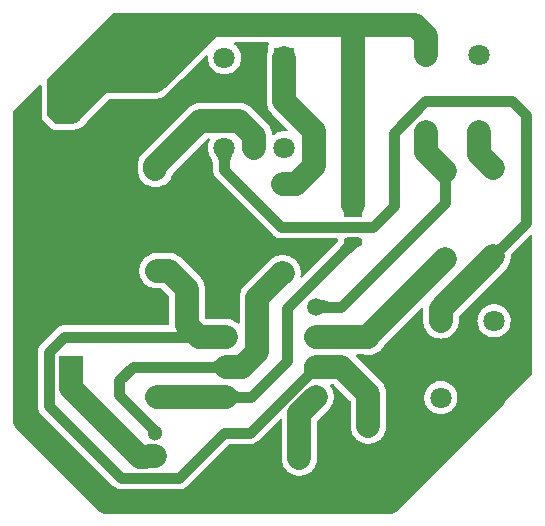
<source format=gbl>
G04 Layer: BottomLayer*
G04 EasyEDA v6.5.23, 2023-05-13 18:40:17*
G04 7dd84fb06793420390170bfe7a1cbe73,3fa23a13d3e040a79c425d4cbe1ed77c,10*
G04 Gerber Generator version 0.2*
G04 Scale: 100 percent, Rotated: No, Reflected: No *
G04 Dimensions in millimeters *
G04 leading zeros omitted , absolute positions ,4 integer and 5 decimal *
%FSLAX45Y45*%
%MOMM*%

%ADD10C,0.9000*%
%ADD11C,2.0000*%
%ADD12C,1.8000*%
%ADD13C,1.3000*%
%ADD14R,2.0320X2.0320*%
%ADD15C,2.0320*%
%ADD16O,1.5999968X0.8999982*%
%ADD17R,1.6000X0.9000*%
%ADD18C,1.5240*%
%ADD19R,1.5000X1.5000*%
%ADD20C,1.5000*%
%ADD21R,1.8000X1.8000*%
%ADD22R,0.0186X1.8000*%

%LPD*%
G36*
X753465Y3695700D02*
G01*
X749604Y3696462D01*
X746302Y3698646D01*
X688746Y3756202D01*
X686562Y3759504D01*
X685800Y3763416D01*
X685800Y4072483D01*
X686562Y4076344D01*
X688746Y4079646D01*
X1241602Y4632502D01*
X1244904Y4634687D01*
X1248765Y4635500D01*
X2085339Y4635500D01*
X2089200Y4634687D01*
X2092502Y4632502D01*
X2094738Y4629200D01*
X2095550Y4625340D01*
X2095550Y4550816D01*
X2094738Y4546904D01*
X2092502Y4543602D01*
X1615897Y4066946D01*
X1612595Y4064762D01*
X1608734Y4064000D01*
X1169365Y4064000D01*
X1167688Y4063288D01*
X1145946Y4041546D01*
X1142644Y4039362D01*
X1138783Y4038600D01*
X1131265Y4038600D01*
X1129588Y4037888D01*
X889660Y3798011D01*
X889000Y3796284D01*
X889000Y3705860D01*
X888187Y3701948D01*
X886002Y3698646D01*
X882700Y3696462D01*
X878840Y3695700D01*
G37*

%LPD*%
G36*
X1148486Y404114D02*
G01*
X1145133Y405028D01*
X1142288Y407060D01*
X409194Y1140155D01*
X407060Y1143304D01*
X406247Y1147013D01*
X393700Y1536496D01*
X393700Y3793083D01*
X394462Y3796944D01*
X396646Y3800246D01*
X617931Y4021531D01*
X621233Y4023766D01*
X625144Y4024528D01*
X629005Y4023766D01*
X632307Y4021531D01*
X634492Y4018229D01*
X635304Y4014368D01*
X635304Y3759403D01*
X635457Y3754780D01*
X636066Y3750411D01*
X637032Y3746093D01*
X638352Y3741928D01*
X640029Y3737864D01*
X642061Y3733952D01*
X644398Y3730244D01*
X647090Y3726738D01*
X650240Y3723335D01*
X713435Y3660140D01*
X716838Y3656990D01*
X720293Y3654348D01*
X724052Y3651961D01*
X727964Y3649929D01*
X732028Y3648252D01*
X736193Y3646932D01*
X740511Y3645966D01*
X744880Y3645408D01*
X749554Y3645204D01*
X855167Y3645204D01*
X857351Y3644950D01*
X863955Y3643477D01*
X880618Y3641648D01*
X897331Y3641648D01*
X913993Y3643477D01*
X930351Y3647135D01*
X946200Y3652570D01*
X961339Y3659733D01*
X975614Y3668522D01*
X988872Y3678783D01*
X1000861Y3690467D01*
X1011529Y3703421D01*
X1017727Y3712870D01*
X1018997Y3714496D01*
X1209040Y3904487D01*
X1212342Y3906723D01*
X1216202Y3907485D01*
X1599895Y3907485D01*
X1617014Y3908450D01*
X1633677Y3911295D01*
X1649882Y3915968D01*
X1665478Y3922420D01*
X1680311Y3930548D01*
X1694027Y3940352D01*
X1706930Y3951884D01*
X2027174Y4272127D01*
X2030577Y4274362D01*
X2034641Y4275074D01*
X2038604Y4274159D01*
X2041906Y4271670D01*
X2043938Y4268114D01*
X2044446Y4264050D01*
X2043938Y4258513D01*
X2044395Y4242460D01*
X2046681Y4226610D01*
X2050796Y4211066D01*
X2056638Y4196130D01*
X2064054Y4181957D01*
X2073198Y4168698D01*
X2083612Y4156557D01*
X2095449Y4145737D01*
X2108454Y4136288D01*
X2122424Y4128414D01*
X2137156Y4122165D01*
X2152548Y4117644D01*
X2168347Y4114901D01*
X2184450Y4113987D01*
X2200402Y4114901D01*
X2216200Y4117644D01*
X2231593Y4122165D01*
X2246376Y4128414D01*
X2260346Y4136288D01*
X2273350Y4145737D01*
X2285136Y4156557D01*
X2295601Y4168698D01*
X2304745Y4181957D01*
X2312162Y4196130D01*
X2318004Y4211066D01*
X2322068Y4226610D01*
X2324354Y4242460D01*
X2324811Y4258513D01*
X2323439Y4274464D01*
X2320290Y4290212D01*
X2315311Y4305452D01*
X2308606Y4320032D01*
X2300325Y4333798D01*
X2290572Y4346498D01*
X2279345Y4357979D01*
X2270404Y4365345D01*
X2267712Y4368596D01*
X2266645Y4372559D01*
X2267204Y4376623D01*
X2269388Y4380179D01*
X2272741Y4382566D01*
X2276754Y4383379D01*
X2549093Y4383379D01*
X2553055Y4382566D01*
X2556408Y4380280D01*
X2558643Y4376877D01*
X2559304Y4372864D01*
X2558338Y4368952D01*
X2554986Y4361738D01*
X2552750Y4353255D01*
X2551938Y4344060D01*
X2551938Y4309922D01*
X2551125Y4306011D01*
X2550363Y4304182D01*
X2545689Y4287977D01*
X2542844Y4271314D01*
X2541879Y4254195D01*
X2541879Y3886454D01*
X2542844Y3869334D01*
X2545689Y3852672D01*
X2550363Y3836466D01*
X2556814Y3820871D01*
X2564993Y3806139D01*
X2574747Y3792372D01*
X2586177Y3779570D01*
X2716631Y3649116D01*
X2718968Y3645611D01*
X2719578Y3641547D01*
X2718562Y3637483D01*
X2716123Y3634232D01*
X2712415Y3632200D01*
X2708300Y3631844D01*
X2700375Y3632758D01*
X2684373Y3632758D01*
X2668422Y3630929D01*
X2652776Y3627272D01*
X2637688Y3621887D01*
X2623312Y3614826D01*
X2609799Y3606139D01*
X2604668Y3601872D01*
X2600706Y3599891D01*
X2596184Y3599789D01*
X2592171Y3601567D01*
X2589225Y3604920D01*
X2588006Y3609187D01*
X2588006Y3610864D01*
X2585161Y3627475D01*
X2580436Y3643680D01*
X2573985Y3659276D01*
X2565806Y3674059D01*
X2556052Y3687826D01*
X2544673Y3700627D01*
X2418029Y3827221D01*
X2405227Y3838651D01*
X2391511Y3848404D01*
X2376678Y3856583D01*
X2361082Y3863035D01*
X2344877Y3867708D01*
X2328265Y3870553D01*
X2311095Y3871468D01*
X1981352Y3871468D01*
X1964232Y3870553D01*
X1947672Y3867708D01*
X1931466Y3863035D01*
X1915820Y3856583D01*
X1901088Y3848404D01*
X1887270Y3838651D01*
X1874469Y3827221D01*
X1493977Y3446678D01*
X1482547Y3433927D01*
X1472793Y3420160D01*
X1464614Y3405378D01*
X1458163Y3389782D01*
X1453489Y3373577D01*
X1450644Y3356914D01*
X1449679Y3339795D01*
X1449679Y3308248D01*
X1450644Y3291128D01*
X1453489Y3274466D01*
X1458163Y3258261D01*
X1464614Y3242665D01*
X1472793Y3227882D01*
X1482547Y3214166D01*
X1493774Y3201568D01*
X1506372Y3190341D01*
X1520190Y3180537D01*
X1534922Y3172409D01*
X1550466Y3165906D01*
X1566672Y3161284D01*
X1583334Y3158439D01*
X1600250Y3157474D01*
X1617014Y3158439D01*
X1633677Y3161284D01*
X1649882Y3165906D01*
X1665478Y3172409D01*
X1680311Y3180537D01*
X1694027Y3190341D01*
X1706575Y3201568D01*
X1717802Y3214166D01*
X1727606Y3227882D01*
X1735734Y3242665D01*
X1742236Y3258261D01*
X1745945Y3271215D01*
X1746961Y3273552D01*
X1748536Y3275584D01*
X2040432Y3567531D01*
X2043734Y3569715D01*
X2047697Y3570478D01*
X2050084Y3570478D01*
X2053945Y3569715D01*
X2057298Y3567429D01*
X2059482Y3564026D01*
X2060143Y3560064D01*
X2059228Y3556101D01*
X2053488Y3543452D01*
X2048510Y3528212D01*
X2045309Y3512464D01*
X2043938Y3496513D01*
X2044395Y3480460D01*
X2046681Y3464610D01*
X2050796Y3449065D01*
X2056638Y3434130D01*
X2064054Y3419957D01*
X2071370Y3409289D01*
X2072538Y3407003D01*
X2088286Y3362858D01*
X2088896Y3359454D01*
X2088896Y3302254D01*
X2089404Y3292043D01*
X2089759Y3289147D01*
X2091689Y3279190D01*
X2092401Y3276396D01*
X2096719Y3264103D01*
X2101240Y3255010D01*
X2102713Y3252520D01*
X2110181Y3241852D01*
X2117090Y3234283D01*
X2599334Y2752039D01*
X2606852Y2745181D01*
X2609138Y2743403D01*
X2617520Y2737713D01*
X2620010Y2736240D01*
X2629154Y2731719D01*
X2631795Y2730601D01*
X2641396Y2727401D01*
X2644241Y2726639D01*
X2654147Y2724759D01*
X2657043Y2724404D01*
X2667254Y2723896D01*
X3138119Y2723896D01*
X3142386Y2722981D01*
X3145790Y2720390D01*
X3147822Y2716631D01*
X3148177Y2712364D01*
X3147060Y2707335D01*
X3145434Y2704846D01*
X3080359Y2631186D01*
X2844647Y2395524D01*
X2841091Y2393188D01*
X2836926Y2392578D01*
X2832811Y2393696D01*
X2829560Y2396388D01*
X2827629Y2400147D01*
X2827477Y2404414D01*
X2829306Y2414828D01*
X2830220Y2431694D01*
X2829306Y2448560D01*
X2826461Y2465171D01*
X2821736Y2481376D01*
X2815285Y2496972D01*
X2807106Y2511755D01*
X2797352Y2525522D01*
X2786126Y2538120D01*
X2773527Y2549347D01*
X2759811Y2559100D01*
X2744978Y2567279D01*
X2729382Y2573731D01*
X2713177Y2578404D01*
X2696565Y2581249D01*
X2679395Y2582164D01*
X2673146Y2582164D01*
X2656027Y2581249D01*
X2639364Y2578404D01*
X2623159Y2573731D01*
X2607614Y2567279D01*
X2592781Y2559100D01*
X2579014Y2549347D01*
X2566212Y2537917D01*
X2357577Y2328926D01*
X2346147Y2316226D01*
X2336393Y2302459D01*
X2328214Y2287676D01*
X2321763Y2272080D01*
X2317089Y2255875D01*
X2314244Y2239264D01*
X2313381Y2222093D01*
X2313381Y2012594D01*
X2312568Y2008835D01*
X2310536Y2005584D01*
X2307285Y2003348D01*
X2303526Y2002434D01*
X2299766Y2003043D01*
X2296363Y2005025D01*
X2290927Y2009952D01*
X2277211Y2019706D01*
X2262378Y2027834D01*
X2246782Y2034336D01*
X2230577Y2039010D01*
X2213914Y2041804D01*
X2196795Y2042769D01*
X2035098Y2042769D01*
X2031136Y2043531D01*
X2027834Y2045766D01*
X2020366Y2053234D01*
X2018131Y2056536D01*
X2017420Y2060448D01*
X2017420Y2298395D01*
X2016404Y2315514D01*
X2013559Y2332177D01*
X2008936Y2348382D01*
X2002434Y2363978D01*
X1994306Y2378760D01*
X1984502Y2392527D01*
X1973072Y2405278D01*
X1821129Y2557272D01*
X1808327Y2568752D01*
X1794611Y2578506D01*
X1779778Y2586634D01*
X1764182Y2593136D01*
X1747977Y2597810D01*
X1731314Y2600604D01*
X1714195Y2601569D01*
X1613154Y2601569D01*
X1596034Y2600604D01*
X1579372Y2597810D01*
X1563166Y2593136D01*
X1547622Y2586634D01*
X1532890Y2578506D01*
X1519072Y2568752D01*
X1506474Y2557475D01*
X1495247Y2544927D01*
X1485493Y2531160D01*
X1477314Y2516378D01*
X1470863Y2500782D01*
X1466189Y2484577D01*
X1463344Y2467914D01*
X1462379Y2451100D01*
X1463344Y2434234D01*
X1466189Y2417572D01*
X1470863Y2401366D01*
X1477314Y2385771D01*
X1485493Y2371039D01*
X1495247Y2357272D01*
X1506474Y2344674D01*
X1519072Y2333447D01*
X1532890Y2323642D01*
X1547622Y2315514D01*
X1563166Y2309063D01*
X1579372Y2304389D01*
X1596034Y2301544D01*
X1613154Y2300579D01*
X1647952Y2300579D01*
X1651812Y2299817D01*
X1655114Y2297633D01*
X1713382Y2239314D01*
X1715668Y2236012D01*
X1716379Y2232152D01*
X1716379Y1997862D01*
X1715668Y1993950D01*
X1713382Y1990648D01*
X1710131Y1988464D01*
X1706270Y1987702D01*
X825753Y1987702D01*
X812647Y1986838D01*
X799896Y1984197D01*
X790295Y1980946D01*
X778560Y1975357D01*
X776020Y1973884D01*
X767689Y1968195D01*
X765352Y1966366D01*
X757783Y1959559D01*
X631139Y1832864D01*
X624281Y1825294D01*
X616813Y1814626D01*
X615340Y1812137D01*
X610819Y1803044D01*
X609701Y1800352D01*
X605739Y1787956D01*
X603859Y1778000D01*
X603504Y1775104D01*
X602996Y1764893D01*
X602996Y1308303D01*
X603504Y1298092D01*
X603859Y1295196D01*
X605739Y1285240D01*
X609701Y1272844D01*
X610819Y1270152D01*
X615340Y1261059D01*
X616813Y1258570D01*
X624281Y1247902D01*
X631139Y1240332D01*
X1240434Y631037D01*
X1247952Y624230D01*
X1250289Y622401D01*
X1258620Y616712D01*
X1270254Y610717D01*
X1272895Y609650D01*
X1282496Y606399D01*
X1285341Y605637D01*
X1295247Y603758D01*
X1298143Y603402D01*
X1308354Y602894D01*
X1803146Y602894D01*
X1813407Y603402D01*
X1816252Y603758D01*
X1826158Y605637D01*
X1829054Y606399D01*
X1841296Y610717D01*
X1850389Y615238D01*
X1852879Y616712D01*
X1861261Y622401D01*
X1863547Y624230D01*
X1871116Y631037D01*
X2220976Y980948D01*
X2224278Y983132D01*
X2228189Y983894D01*
X2400046Y983894D01*
X2410307Y984402D01*
X2413152Y984758D01*
X2423058Y986637D01*
X2425954Y987399D01*
X2438196Y991717D01*
X2447290Y996238D01*
X2449779Y997712D01*
X2458161Y1003401D01*
X2460447Y1005230D01*
X2468016Y1012037D01*
X2651607Y1195578D01*
X2654909Y1197762D01*
X2658770Y1198575D01*
X2662631Y1197762D01*
X2665882Y1195578D01*
X2668168Y1192276D01*
X2668879Y1188415D01*
X2668879Y863853D01*
X2669844Y846734D01*
X2672689Y830071D01*
X2677363Y813866D01*
X2683814Y798271D01*
X2691993Y783539D01*
X2701747Y769772D01*
X2712974Y757174D01*
X2725572Y745947D01*
X2739390Y736142D01*
X2754122Y728014D01*
X2769666Y721563D01*
X2785872Y716889D01*
X2802534Y714044D01*
X2819450Y713079D01*
X2836214Y714044D01*
X2852877Y716889D01*
X2869082Y721563D01*
X2884678Y728014D01*
X2899511Y736142D01*
X2913227Y745947D01*
X2925775Y757174D01*
X2937002Y769772D01*
X2946806Y783539D01*
X2954934Y798271D01*
X2961436Y813866D01*
X2966059Y830071D01*
X2968904Y846734D01*
X2969920Y863853D01*
X2969920Y1178052D01*
X2970631Y1181912D01*
X2972866Y1185214D01*
X3065272Y1277670D01*
X3076702Y1290472D01*
X3086506Y1304239D01*
X3094634Y1318971D01*
X3101136Y1334566D01*
X3105759Y1350772D01*
X3108604Y1367434D01*
X3109620Y1384300D01*
X3108604Y1401114D01*
X3105759Y1417777D01*
X3101136Y1433982D01*
X3094634Y1449578D01*
X3086506Y1464360D01*
X3081274Y1471726D01*
X3079546Y1475790D01*
X3079699Y1480210D01*
X3081731Y1484122D01*
X3085236Y1486814D01*
X3089554Y1487779D01*
X3108452Y1487779D01*
X3112312Y1487017D01*
X3115614Y1484833D01*
X3250082Y1350314D01*
X3252368Y1347012D01*
X3253079Y1343152D01*
X3253079Y1136548D01*
X3254044Y1119428D01*
X3256889Y1102817D01*
X3261563Y1086561D01*
X3268014Y1070965D01*
X3276193Y1056233D01*
X3285947Y1042466D01*
X3297174Y1029868D01*
X3309772Y1018641D01*
X3323590Y1008887D01*
X3338322Y1000709D01*
X3353866Y994257D01*
X3370072Y989584D01*
X3386734Y986739D01*
X3403650Y985824D01*
X3420414Y986739D01*
X3437077Y989584D01*
X3453282Y994257D01*
X3468878Y1000709D01*
X3483711Y1008887D01*
X3497427Y1018641D01*
X3509975Y1029868D01*
X3521201Y1042466D01*
X3531006Y1056233D01*
X3539134Y1070965D01*
X3545636Y1086561D01*
X3550259Y1102817D01*
X3553104Y1119428D01*
X3554120Y1136548D01*
X3554120Y1409395D01*
X3553104Y1426514D01*
X3550259Y1443177D01*
X3545636Y1459382D01*
X3539134Y1474978D01*
X3531006Y1489760D01*
X3521201Y1503527D01*
X3509772Y1516278D01*
X3301695Y1724456D01*
X3299460Y1727758D01*
X3298748Y1731619D01*
X3299460Y1735531D01*
X3301695Y1738833D01*
X3304997Y1741017D01*
X3308858Y1741779D01*
X3360978Y1741779D01*
X3363823Y1741373D01*
X3370072Y1739595D01*
X3386734Y1736750D01*
X3403650Y1735785D01*
X3420414Y1736750D01*
X3437077Y1739595D01*
X3453282Y1744268D01*
X3468878Y1750720D01*
X3483711Y1758848D01*
X3497427Y1768652D01*
X3509975Y1779879D01*
X3521201Y1792478D01*
X3531006Y1806244D01*
X3538575Y1819808D01*
X3540201Y1822094D01*
X3848963Y2130806D01*
X3852265Y2133041D01*
X3856177Y2133803D01*
X3860037Y2133041D01*
X3863340Y2130806D01*
X3865524Y2127504D01*
X3866286Y2123643D01*
X3866286Y2027072D01*
X3867302Y2009952D01*
X3870147Y1993290D01*
X3874770Y1977085D01*
X3881221Y1961489D01*
X3889400Y1946706D01*
X3899154Y1932939D01*
X3910380Y1920392D01*
X3922979Y1909114D01*
X3936796Y1899361D01*
X3951478Y1891182D01*
X3967073Y1884730D01*
X3983278Y1880057D01*
X3999941Y1877263D01*
X4016857Y1876298D01*
X4033621Y1877263D01*
X4050334Y1880057D01*
X4066540Y1884730D01*
X4082084Y1891182D01*
X4096918Y1899361D01*
X4110634Y1909114D01*
X4123232Y1920392D01*
X4134459Y1932939D01*
X4144213Y1946706D01*
X4152341Y1961489D01*
X4158843Y1977085D01*
X4163517Y1993290D01*
X4166311Y2009952D01*
X4167327Y2027072D01*
X4167327Y2063953D01*
X4168038Y2067814D01*
X4170273Y2071116D01*
X4563872Y2464765D01*
X4575302Y2477566D01*
X4585106Y2491333D01*
X4593234Y2506065D01*
X4599736Y2521661D01*
X4604359Y2537917D01*
X4607204Y2554528D01*
X4608220Y2571394D01*
X4607661Y2581452D01*
X4608220Y2585618D01*
X4610608Y2589225D01*
X4770577Y2749194D01*
X4773879Y2751378D01*
X4777740Y2752140D01*
X4781600Y2751378D01*
X4784902Y2749194D01*
X4787138Y2745892D01*
X4787950Y2741980D01*
X4787950Y1579016D01*
X4787138Y1575104D01*
X4784902Y1571802D01*
X3622497Y409346D01*
X3619195Y407162D01*
X3615334Y406400D01*
X1156665Y406400D01*
X1151940Y404368D01*
G37*

%LPC*%
G36*
X4008729Y1236522D02*
G01*
X4024782Y1236522D01*
X4040784Y1238351D01*
X4056329Y1242009D01*
X4071518Y1247394D01*
X4085844Y1254455D01*
X4099407Y1263142D01*
X4111751Y1273302D01*
X4122928Y1284782D01*
X4132732Y1297482D01*
X4141012Y1311249D01*
X4147718Y1325829D01*
X4152696Y1341069D01*
X4155897Y1356817D01*
X4157218Y1372768D01*
X4156811Y1388821D01*
X4154525Y1404670D01*
X4150360Y1420215D01*
X4144568Y1435150D01*
X4137050Y1449324D01*
X4128008Y1462582D01*
X4117492Y1474673D01*
X4105757Y1485544D01*
X4092701Y1494942D01*
X4078782Y1502867D01*
X4064050Y1509115D01*
X4048607Y1513636D01*
X4032859Y1516329D01*
X4016756Y1517243D01*
X4000754Y1516329D01*
X3985006Y1513636D01*
X3969562Y1509115D01*
X3954830Y1502867D01*
X3940810Y1494942D01*
X3927856Y1485544D01*
X3916070Y1474673D01*
X3905504Y1462582D01*
X3896461Y1449324D01*
X3888994Y1435150D01*
X3883151Y1420215D01*
X3879087Y1404670D01*
X3876801Y1388821D01*
X3876344Y1372768D01*
X3877716Y1356817D01*
X3880916Y1341069D01*
X3885895Y1325829D01*
X3892600Y1311249D01*
X3900881Y1297482D01*
X3910634Y1284782D01*
X3921861Y1273302D01*
X3934206Y1263142D01*
X3947718Y1254455D01*
X3962095Y1247394D01*
X3977182Y1242009D01*
X3992829Y1238351D01*
G37*
G36*
X4458766Y1886559D02*
G01*
X4474870Y1886559D01*
X4490720Y1888388D01*
X4506366Y1891995D01*
X4521454Y1897380D01*
X4535881Y1904441D01*
X4549343Y1913128D01*
X4561738Y1923288D01*
X4572965Y1934768D01*
X4582718Y1947468D01*
X4590999Y1961235D01*
X4597704Y1975815D01*
X4602632Y1991055D01*
X4605832Y2006803D01*
X4607204Y2022754D01*
X4606747Y2038807D01*
X4604461Y2054707D01*
X4600397Y2070201D01*
X4594606Y2085136D01*
X4587138Y2099310D01*
X4578045Y2112568D01*
X4567529Y2124710D01*
X4555693Y2135530D01*
X4542790Y2144979D01*
X4528769Y2152853D01*
X4513986Y2159101D01*
X4498594Y2163622D01*
X4482795Y2166366D01*
X4466793Y2167280D01*
X4450740Y2166366D01*
X4434941Y2163622D01*
X4419549Y2159101D01*
X4404817Y2152853D01*
X4390847Y2144979D01*
X4377842Y2135530D01*
X4366107Y2124710D01*
X4355541Y2112568D01*
X4346498Y2099310D01*
X4339031Y2085136D01*
X4333240Y2070201D01*
X4329074Y2054707D01*
X4326788Y2038807D01*
X4326331Y2022754D01*
X4327702Y2006803D01*
X4330954Y1991055D01*
X4335881Y1975815D01*
X4342536Y1961235D01*
X4350816Y1947468D01*
X4360672Y1934768D01*
X4371797Y1923288D01*
X4384192Y1913128D01*
X4397756Y1904441D01*
X4412081Y1897380D01*
X4427220Y1891995D01*
X4442815Y1888388D01*
G37*

%LPD*%
G36*
X1580642Y1175359D02*
G01*
X1509725Y1119073D01*
X1535277Y1081278D01*
X1611680Y1141882D01*
G37*
G36*
X912825Y3962501D02*
G01*
X880668Y3894734D01*
X990498Y3789121D01*
X1056995Y3823868D01*
G37*
G36*
X750620Y2229713D02*
G01*
X750722Y2029714D01*
X821842Y2053539D01*
X821740Y2205939D01*
G37*
G36*
X789025Y2268118D02*
G01*
X812800Y2196998D01*
X965200Y2196998D01*
X989025Y2268118D01*
G37*
G36*
X1027633Y2229358D02*
G01*
X956411Y2205786D01*
X955954Y2053386D01*
X1027023Y2029358D01*
G37*
G36*
X3994150Y3245612D02*
G01*
X4006291Y3192272D01*
X4096308Y3192272D01*
X4108450Y3245612D01*
G37*
G36*
X4499254Y2676550D02*
G01*
X4452924Y2647442D01*
X4533747Y2566619D01*
X4562856Y2612948D01*
G37*
G36*
X2147468Y1948484D02*
G01*
X2094941Y1937207D01*
X2095042Y1847189D01*
X2147519Y1836013D01*
G37*
G36*
X2147519Y1694535D02*
G01*
X2094992Y1683308D01*
X2094992Y1593291D01*
X2147519Y1582064D01*
G37*
G36*
X2246731Y1440535D02*
G01*
X2246731Y1328064D01*
X2299208Y1339291D01*
X2299208Y1429308D01*
G37*
G36*
X3008731Y2202535D02*
G01*
X3008731Y2090064D01*
X3061208Y2101291D01*
X3061208Y2191308D01*
G37*
G36*
X2884220Y1642922D02*
G01*
X2855112Y1597812D01*
X2918815Y1534261D01*
X2963875Y1563471D01*
G37*
G36*
X2116886Y3432962D02*
G01*
X2139391Y3369970D01*
X2229408Y3369970D01*
X2251913Y3432962D01*
G37*
G36*
X990600Y3394710D02*
G01*
X990600Y3191510D01*
X1184910Y3193135D01*
X1184910Y3393135D01*
G37*
G36*
X787400Y3191510D02*
G01*
X789025Y3162300D01*
X989025Y3162300D01*
X990600Y3191510D01*
G37*
G36*
X787400Y1527810D02*
G01*
X789025Y1460500D01*
X989025Y1460500D01*
X990600Y1527810D01*
G37*
G36*
X3241598Y2737408D02*
G01*
X3116935Y2596388D01*
X3208375Y2560523D01*
X3311601Y2647391D01*
G37*
G36*
X3106623Y2864408D02*
G01*
X3106623Y2774391D01*
X3241598Y2774391D01*
X3241598Y2864408D01*
G37*
D10*
X4051302Y3296008D02*
G01*
X4051302Y3022597D01*
X3175002Y2146297D01*
X2959102Y2146297D01*
D11*
X3276600Y3009900D02*
G01*
X3276602Y4533897D01*
D10*
X2197125Y1384213D02*
G01*
X2413025Y1384213D01*
X2717825Y1689013D01*
X2717825Y2133513D01*
X3276625Y2692313D01*
X2197127Y1892211D02*
G01*
X825527Y1892211D01*
X698502Y1765185D01*
X698502Y1308036D01*
X1308127Y698411D01*
X1803427Y698411D01*
X2184427Y1079411D01*
X2400327Y1079411D01*
X2959127Y1638211D01*
D11*
X889027Y2129703D02*
G01*
X745401Y2129703D01*
X495302Y1879605D01*
X495302Y1181097D01*
X1181102Y495297D01*
X2476502Y495297D01*
X2692425Y4254413D02*
G01*
X2692425Y3886113D01*
X2946425Y3632113D01*
X2946425Y3340013D01*
X2787929Y3181771D01*
X2679725Y3181771D01*
D10*
X3276625Y2819313D02*
G01*
X3441725Y2819313D01*
X3619525Y2997113D01*
X3619525Y3619413D01*
X3886225Y3886113D01*
X4622825Y3886113D01*
X4737125Y3771813D01*
X4737125Y2857413D01*
D11*
X4339793Y3624696D02*
G01*
X4339793Y3439403D01*
X4457727Y3321469D01*
D10*
X4737102Y2857497D02*
G01*
X4737102Y2850794D01*
X4457702Y2571394D01*
D11*
X3797302Y4533897D02*
G01*
X3889806Y4441393D01*
X3889806Y4274682D01*
X1600202Y4058008D02*
G01*
X2076091Y4533897D01*
X3797302Y4533897D01*
X889025Y3293023D02*
G01*
X1184935Y3293023D01*
X1879625Y3987713D01*
X2324125Y3987713D01*
X889002Y3793489D02*
G01*
X889002Y3797297D01*
X1149700Y4057995D01*
X1600202Y4057995D01*
X1600202Y3307981D02*
G01*
X1600202Y3340097D01*
X1981116Y3721011D01*
X2311427Y3721011D01*
X2438427Y3594011D01*
X2438427Y3492411D01*
X2438402Y4254497D02*
G01*
X2438402Y4102097D01*
X2324102Y3987797D01*
X1612925Y2959013D02*
G01*
X1714525Y2959013D01*
X2197125Y2476413D01*
X2197125Y2146213D01*
D10*
X1600202Y1077897D02*
G01*
X1600202Y1092197D01*
X1295402Y1396997D01*
X1295402Y1523997D01*
X1409702Y1638297D01*
X2197102Y1638297D01*
D11*
X2959102Y1638297D02*
G01*
X3175002Y1638297D01*
X3403602Y1409697D01*
X3403602Y1136294D01*
X889025Y3293023D02*
G01*
X889025Y3162213D01*
X1155725Y2895513D01*
X1549425Y2895513D01*
X1612925Y2959013D01*
X1612902Y2451097D02*
G01*
X1714502Y2451097D01*
X1866902Y2298697D01*
X1866902Y1993897D01*
X1968502Y1892297D01*
X2197102Y1892297D01*
X2679727Y2431707D02*
G01*
X2672867Y2431707D01*
X2463827Y2222411D01*
X2463827Y1765211D01*
X2336827Y1638211D01*
X2197127Y1638211D01*
X3889806Y3624696D02*
G01*
X3889806Y3457503D01*
X4051302Y3296008D01*
X2311402Y863597D02*
G01*
X2311402Y673097D01*
X2489202Y495297D01*
X3585283Y495297D01*
X4466793Y1376806D01*
X4016811Y2026795D02*
G01*
X4016811Y2130503D01*
X4457702Y2571394D01*
X3403602Y1886308D02*
G01*
X3403602Y1898294D01*
X4051302Y2545994D01*
X2959102Y1892297D02*
G01*
X3397600Y1892297D01*
X3403602Y1886295D01*
X1612927Y1377607D02*
G01*
X2197127Y1377607D01*
X2197127Y1384211D01*
X2959102Y1384292D02*
G01*
X2819402Y1244592D01*
X2819402Y863597D01*
X889025Y1629323D02*
G01*
X889025Y1460413D01*
X1473225Y876213D01*
X1600225Y877991D01*
X889002Y2129789D02*
G01*
X889002Y2628897D01*
X1155702Y2895597D01*
X889002Y2129789D02*
G01*
X1612902Y2127608D01*
D10*
X2184425Y3492413D02*
G01*
X2184425Y3301913D01*
X2667025Y2819313D01*
X3276625Y2819313D01*
D12*
G01*
X2311400Y863600D03*
G01*
X2819400Y863600D03*
G01*
X1612900Y2959100D03*
G01*
X1612900Y2451100D03*
D13*
G01*
X1600200Y1077899D03*
G01*
X1600200Y877900D03*
D14*
G01*
X889000Y3293109D03*
D15*
G01*
X889000Y3793489D03*
D14*
G01*
X889000Y1629409D03*
D15*
G01*
X889000Y2129789D03*
D16*
G01*
X3276600Y2692400D03*
G01*
X3276600Y2819400D03*
D17*
G01*
X3276600Y2946400D03*
D18*
G01*
X1600200Y3307994D03*
G01*
X1600200Y4058005D03*
G01*
X4051300Y2545994D03*
G01*
X4051300Y3296005D03*
G01*
X4457700Y2571394D03*
G01*
X4457700Y3321405D03*
G01*
X2679700Y3181705D03*
G01*
X2679700Y2431694D03*
G01*
X3403600Y1136294D03*
G01*
X3403600Y1886305D03*
G01*
X1612900Y2127605D03*
G01*
X1612900Y1377594D03*
D12*
G01*
X4339793Y4274693D03*
G01*
X4339793Y3624706D03*
G01*
X3889806Y4274693D03*
G01*
X3889806Y3624706D03*
G01*
X4016806Y1376806D03*
G01*
X4016806Y2026793D03*
G01*
X4466793Y1376806D03*
G01*
X4466793Y2026793D03*
D19*
G01*
X2197100Y2146300D03*
D20*
G01*
X2197100Y1892300D03*
G01*
X2197100Y1638300D03*
G01*
X2197100Y1384300D03*
G01*
X2959100Y2146300D03*
G01*
X2959100Y1892300D03*
G01*
X2959100Y1638300D03*
G01*
X2959100Y1384300D03*
D21*
G01*
X2692400Y4254500D03*
D12*
G01*
X2438400Y4254500D03*
G01*
X2184400Y4254500D03*
G01*
X2692400Y3492500D03*
G01*
X2438400Y3492500D03*
G01*
X2184400Y3492500D03*
M02*

</source>
